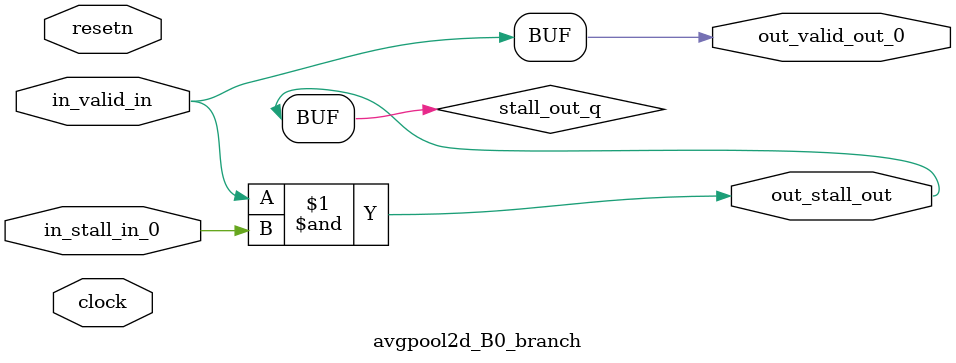
<source format=sv>



(* altera_attribute = "-name AUTO_SHIFT_REGISTER_RECOGNITION OFF; -name MESSAGE_DISABLE 10036; -name MESSAGE_DISABLE 10037; -name MESSAGE_DISABLE 14130; -name MESSAGE_DISABLE 14320; -name MESSAGE_DISABLE 15400; -name MESSAGE_DISABLE 14130; -name MESSAGE_DISABLE 10036; -name MESSAGE_DISABLE 12020; -name MESSAGE_DISABLE 12030; -name MESSAGE_DISABLE 12010; -name MESSAGE_DISABLE 12110; -name MESSAGE_DISABLE 14320; -name MESSAGE_DISABLE 13410; -name MESSAGE_DISABLE 113007; -name MESSAGE_DISABLE 10958" *)
module avgpool2d_B0_branch (
    input wire [0:0] in_stall_in_0,
    input wire [0:0] in_valid_in,
    output wire [0:0] out_stall_out,
    output wire [0:0] out_valid_out_0,
    input wire clock,
    input wire resetn
    );

    wire [0:0] stall_out_q;


    // stall_out(LOGICAL,6)
    assign stall_out_q = in_valid_in & in_stall_in_0;

    // out_stall_out(GPOUT,4)
    assign out_stall_out = stall_out_q;

    // out_valid_out_0(GPOUT,5)
    assign out_valid_out_0 = in_valid_in;

endmodule

</source>
